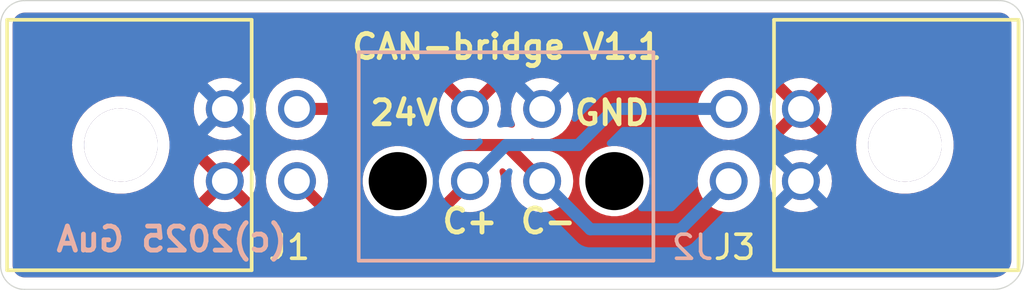
<source format=kicad_pcb>
(kicad_pcb (version 20240108) (generator "pcbnew") (generator_version "8.0")
  (title_block (title "CAN-bus bridge") (date "2025-04-11") (rev "1.1") (company "A. Guthard"))
  (layers (0 "F.Cu" signal) (31 "B.Cu" signal) (34 "B.Paste" user) (35 "F.Paste" user) (36 "B.SilkS" user "B.Silkscreen") (37 "F.SilkS" user "F.Silkscreen") (38 "B.Mask" user) (39 "F.Mask" user) (44 "Edge.Cuts" user))
  (net 0 "")
  (net 1 "/VIN")
  (net 2 "/CAN-")
  (net 3 "/GND")
  (net 4 "/CAN+")
  (footprint "Connector_Molex:CONN_SD-43045-001_04_MOL" (layer "F.Cu") (at 120.814301 97.5 -90)
    (property "Reference" "J1" (at 2.75 -2.68 0) (layer "F.SilkS"))
    (property "Value" "Conn_02x02_Counter_Clockwise" (hide yes))
    (fp_line (start -6.701998 9.043) (end 3.701999 9.043) (stroke (width 0.1524)) (layer "F.SilkS"))
    (fp_line (start 3.701999 9.043) (end 3.701999 -1.117) (stroke (width 0.1524)) (layer "F.SilkS"))
    (fp_line (start -6.701998 -1.117) (end -6.701998 9.043) (stroke (width 0.1524)) (layer "F.SilkS"))
    (fp_line (start 3.701999 -1.117) (end -6.701998 -1.117) (stroke (width 0.1524)) (layer "F.SilkS"))
    (pad "1" thru_hole circle (at 0 0 270) (size 1.5748 1.5748) (drill 1.0668) (layers "*.Cu" "*.Mask") (net 1 "/VIN"))
    (pad "2" thru_hole circle (at -2.999999 0 270) (size 1.5748 1.5748) (drill 1.0668) (layers "*.Cu" "*.Mask") (net 3 "/GND"))
    (pad "3" thru_hole circle (at 0 -2.999999 270) (size 1.5748 1.5748) (drill 1.0668) (layers "*.Cu" "*.Mask") (net 4 "/CAN+"))
    (pad "4" thru_hole circle (at -2.999999 -2.999999 270) (size 1.5748 1.5748) (drill 1.0668) (layers "*.Cu" "*.Mask") (net 2 "/CAN-"))
    (pad "5" thru_hole circle (at -1.5 4.320002 270) (size 3.048 3.048) (drill 3.048) (layers "*.Cu" "*.Mask"))
  )
  (footprint "Connector_Molex:CONN_SD-43045-001_04_MOL" (layer "F.Cu") (at 144.75 94.500001 90)
    (property "Reference" "J3" (at -5.75 -2.75 0) (layer "F.SilkS"))
    (property "Value" "Conn_02x02_Counter_Clockwise" (hide yes))
    (fp_line (start 3.701999 -1.117) (end -6.701998 -1.117) (stroke (width 0.1524)) (layer "F.SilkS"))
    (fp_line (start -6.701998 -1.117) (end -6.701998 9.043) (stroke (width 0.1524)) (layer "F.SilkS"))
    (fp_line (start 3.701999 9.043) (end 3.701999 -1.117) (stroke (width 0.1524)) (layer "F.SilkS"))
    (fp_line (start -6.701998 9.043) (end 3.701999 9.043) (stroke (width 0.1524)) (layer "F.SilkS"))
    (pad "1" thru_hole circle (at 0 0 90) (size 1.5748 1.5748) (drill 1.0668) (layers "*.Cu" "*.Mask") (net 1 "/VIN"))
    (pad "2" thru_hole circle (at -2.999999 0 90) (size 1.5748 1.5748) (drill 1.0668) (layers "*.Cu" "*.Mask") (net 3 "/GND"))
    (pad "3" thru_hole circle (at 0 -2.999999 90) (size 1.5748 1.5748) (drill 1.0668) (layers "*.Cu" "*.Mask") (net 4 "/CAN+"))
    (pad "4" thru_hole circle (at -2.999999 -2.999999 90) (size 1.5748 1.5748) (drill 1.0668) (layers "*.Cu" "*.Mask") (net 2 "/CAN-"))
    (pad "5" thru_hole circle (at -1.5 4.320002 90) (size 3.048 3.048) (drill 3.048) (layers "*.Cu" "*.Mask"))
  )
  (footprint "Connector_Molex:CONN_SD-44769-001_04_MOL" (layer "B.Cu") (at 131 94.5)
    (property "Reference" "J2" (at 9.25 5.75 0) (layer "B.SilkS") (effects (justify mirror)))
    (property "Value" "Conn_02x02_Counter_Clockwise" (hide yes))
    (fp_line (start -4.6214 -2.3544) (end -4.6214 6.307) (stroke (width 0.1524)) (layer "B.SilkS"))
    (fp_line (start -4.6214 6.307) (end 7.6214 6.307) (stroke (width 0.1524)) (layer "B.SilkS"))
    (fp_line (start 7.6214 -2.3544) (end -4.6214 -2.3544) (stroke (width 0.1524)) (layer "B.SilkS"))
    (fp_line (start 7.6214 6.307) (end 7.6214 -2.3544) (stroke (width 0.1524)) (layer "B.SilkS"))
    (pad "" np_thru_hole circle (at -2.999999 2.999999) (size 2.413 2.413) (drill 2.413) (layers))
    (pad "" np_thru_hole circle (at 5.999998 2.999999) (size 2.413 2.413) (drill 2.413) (layers))
    (pad "1" thru_hole circle (at 0 0) (size 1.5748 1.5748) (drill 1.0668) (layers "*.Cu" "*.Mask") (net 1 "/VIN"))
    (pad "2" thru_hole circle (at 2.999999 0) (size 1.5748 1.5748) (drill 1.0668) (layers "*.Cu" "*.Mask") (net 3 "/GND"))
    (pad "3" thru_hole circle (at 0 2.999999) (size 1.5748 1.5748) (drill 1.0668) (layers "*.Cu" "*.Mask") (net 4 "/CAN+"))
    (pad "4" thru_hole circle (at 2.999999 2.999999) (size 1.5748 1.5748) (drill 1.0668) (layers "*.Cu" "*.Mask") (net 2 "/CAN-"))
  )
  (gr_line (start 111.5 101) (end 111.5 91) (stroke (width 0.05)) (layer "Edge.Cuts"))
  (gr_arc (start 153 90) (mid 153.707107 90.292893) (end 154 91) (stroke (width 0.05)) (layer "Edge.Cuts"))
  (gr_arc (start 111.5 91) (mid 111.792893 90.292893) (end 112.5 90) (stroke (width 0.05)) (layer "Edge.Cuts"))
  (gr_line (start 152.75 102) (end 112.5 102) (stroke (width 0.05)) (layer "Edge.Cuts"))
  (gr_line (start 112.5 90) (end 153 90) (stroke (width 0.05)) (layer "Edge.Cuts"))
  (gr_line (start 154 91) (end 154 100.75) (stroke (width 0.05)) (layer "Edge.Cuts"))
  (gr_arc (start 112.5 102) (mid 111.792893 101.707107) (end 111.5 101) (stroke (width 0.05)) (layer "Edge.Cuts"))
  (gr_arc (start 154 100.75) (mid 153.633883 101.633883) (end 152.75 102) (stroke (width 0.05)) (layer "Edge.Cuts"))
  (gr_text "(c)2025 GuA" (at 123.5 100.5 0) (layer "B.SilkS") (effects (font (size 1 1) (thickness 0.2) (bold yes)) (justify left bottom mirror)))
  (gr_text "GND" (at 135.25 95.25 0) (layer "F.SilkS") (effects (font (size 1 1) (thickness 0.2) (bold yes)) (justify left bottom)))
  (gr_text "24V" (at 126.75 95.25 0) (layer "F.SilkS") (effects (font (size 1 1) (thickness 0.2) (bold yes)) (justify left bottom)))
  (gr_text "C-" (at 133 99.75 0) (layer "F.SilkS") (effects (font (size 1 1) (thickness 0.2) (bold yes)) (justify left bottom)))
  (gr_text "C+" (at 129.75 99.75 0) (layer "F.SilkS") (effects (font (size 1 1) (thickness 0.2) (bold yes)) (justify left bottom)))
  (gr_text "CAN-bridge V1.1" (at 126 92.5 0) (layer "F.SilkS") (effects (font (size 1 1) (thickness 0.2) (bold yes)) (justify left bottom)))
  (segment (start 124.319999 94.500001) (end 124.32 94.5) (width 0.2) (layer "F.Cu") (net 2))
  (segment (start 132.5 96) (end 133.999999 97.499999) (width 0.5) (layer "F.Cu") (net 2))
  (segment (start 128 94.5) (end 129.5 96) (width 0.5) (layer "F.Cu") (net 2))
  (segment (start 124.32 94.5) (end 128 94.5) (width 0.5) (layer "F.Cu") (net 2))
  (segment (start 129.5 96) (end 132.5 96) (width 0.5) (layer "F.Cu") (net 2))
  (segment (start 136 99.5) (end 133.999999 97.499999) (width 0.5) (layer "B.Cu") (net 2))
  (segment (start 141.750001 97.5) (end 139.750001 99.5) (width 0.5) (layer "B.Cu") (net 2))
  (segment (start 139.750001 99.5) (end 136 99.5) (width 0.5) (layer "B.Cu") (net 2))
  (segment (start 125.8143 99.5) (end 128.999999 99.5) (width 0.5) (layer "F.Cu") (net 4))
  (segment (start 128.999999 99.5) (end 131 97.499999) (width 0.5) (layer "F.Cu") (net 4))
  (segment (start 123.8143 97.5) (end 125.8143 99.5) (width 0.5) (layer "F.Cu") (net 4))
  (segment (start 132.499999 96) (end 131 97.499999) (width 0.5) (layer "B.Cu") (net 4))
  (segment (start 141.000001 94.5) (end 137 94.5) (width 0.5) (layer "B.Cu") (net 4))
  (segment (start 137 94.5) (end 135.5 96) (width 0.5) (layer "B.Cu") (net 4))
  (segment (start 135.5 96) (end 132.499999 96) (width 0.5) (layer "B.Cu") (net 4))
  (zone (net 1) (net_name "/VIN") (layer "F.Cu") (connect_pads (clearance 0.5)) (min_thickness 0.25) (fill yes (thermal_gap 0.5) (thermal_bridge_width 0.5))
    (polygon (pts (xy 153.5 90.5) (xy 153.5 101.5) (xy 112 101.5) (xy 112 90.5)))
  )
  (zone (net 3) (net_name "/GND") (layer "B.Cu") (priority 1) (connect_pads (clearance 0.5)) (min_thickness 0.25) (fill yes (thermal_gap 0.5) (thermal_bridge_width 0.5))
    (polygon (pts (xy 153.5 90.5) (xy 153.5 101.5) (xy 112 101.5) (xy 112 90.5)))
  )
)
</source>
